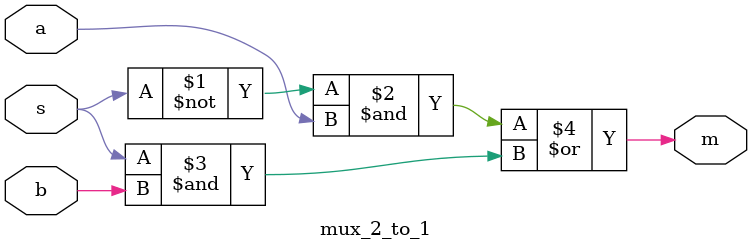
<source format=v>
module part3(SW,LEDR);
	input [9:0]SW;
	output[9:0]LEDR;
	wire [3:0]A,B,S;
	wire cin,carry1,carry2,carry3,carryout;
	assign A = SW[3:0];
	assign B = SW[7:4];
	assign cin = SW[8];
	full_adder A0 (cin,A[0],B[0],S[0],carry1);
	full_adder A1 (carry1,A[1],B[1],S[1],carry2);
	full_adder A2 (carry2,A[2],B[2],S[2],carry3);
	full_adder A3 (carry3,A[3],B[3],S[3],carryout);
	assign LEDR[0] = S[0];
	assign LEDR[1] = S[1];
	assign LEDR[2] = S[2];
	assign LEDR[3] = S[3];
	assign LEDR[4] = carryout;
endmodule

module full_adder(ci,a,b,s,co);
	input ci,a,b;
	output s,co;
	wire l,m,n;
	assign l = (~a&b) | (~b&a);
	mux_2_to_1 U0 (l,b,ci,m);
	assign co = m;
	assign s = (~ci&l) | (~l&ci);
endmodule

module mux_2_to_1(s,a,b,m);
	input s,a,b;
	output m;
	assign m = (~s&a)|(s&b);
endmodule

</source>
